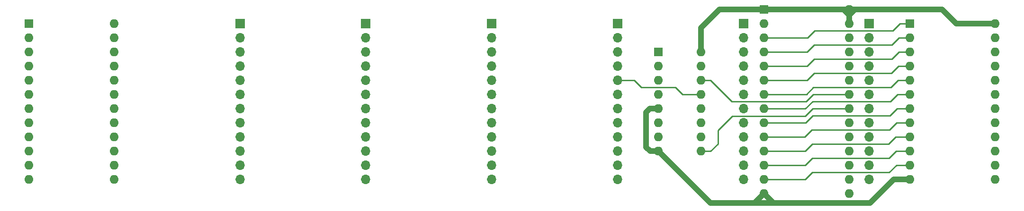
<source format=gbr>
%TF.GenerationSoftware,KiCad,Pcbnew,(6.0.9)*%
%TF.CreationDate,2023-05-17T22:42:26-04:00*%
%TF.ProjectId,HeadOnN_Condensor_Board,48656164-4f6e-44e5-9f43-6f6e64656e73,rev?*%
%TF.SameCoordinates,Original*%
%TF.FileFunction,Copper,L1,Top*%
%TF.FilePolarity,Positive*%
%FSLAX46Y46*%
G04 Gerber Fmt 4.6, Leading zero omitted, Abs format (unit mm)*
G04 Created by KiCad (PCBNEW (6.0.9)) date 2023-05-17 22:42:26*
%MOMM*%
%LPD*%
G01*
G04 APERTURE LIST*
%TA.AperFunction,ComponentPad*%
%ADD10R,1.700000X1.700000*%
%TD*%
%TA.AperFunction,ComponentPad*%
%ADD11O,1.700000X1.700000*%
%TD*%
%TA.AperFunction,ComponentPad*%
%ADD12R,1.600000X1.600000*%
%TD*%
%TA.AperFunction,ComponentPad*%
%ADD13O,1.600000X1.600000*%
%TD*%
%TA.AperFunction,Conductor*%
%ADD14C,1.000000*%
%TD*%
%TA.AperFunction,Conductor*%
%ADD15C,0.250000*%
%TD*%
G04 APERTURE END LIST*
D10*
%TO.P,J8,1,Pin_1*%
%TO.N,unconnected-(J8-Pad1)*%
X170240000Y-20000000D03*
D11*
%TO.P,J8,2,Pin_2*%
%TO.N,unconnected-(J8-Pad2)*%
X170240000Y-22540000D03*
%TO.P,J8,3,Pin_3*%
%TO.N,unconnected-(J8-Pad3)*%
X170240000Y-25080000D03*
%TO.P,J8,4,Pin_4*%
%TO.N,unconnected-(J8-Pad4)*%
X170240000Y-27620000D03*
%TO.P,J8,5,Pin_5*%
%TO.N,CE_K*%
X170240000Y-30160000D03*
%TO.P,J8,6,Pin_6*%
%TO.N,unconnected-(J8-Pad6)*%
X170240000Y-32700000D03*
%TO.P,J8,7,Pin_7*%
%TO.N,unconnected-(J8-Pad7)*%
X170240000Y-35240000D03*
%TO.P,J8,8,Pin_8*%
%TO.N,unconnected-(J8-Pad8)*%
X170240000Y-37780000D03*
%TO.P,J8,9,Pin_9*%
%TO.N,unconnected-(J8-Pad9)*%
X170240000Y-40320000D03*
%TO.P,J8,10,Pin_10*%
%TO.N,unconnected-(J8-Pad10)*%
X170240000Y-42860000D03*
%TO.P,J8,11,Pin_11*%
%TO.N,unconnected-(J8-Pad11)*%
X170240000Y-45400000D03*
%TO.P,J8,12,Pin_12*%
%TO.N,unconnected-(J8-Pad12)*%
X170240000Y-47940000D03*
%TD*%
D10*
%TO.P,J7,1,Pin_1*%
%TO.N,unconnected-(J7-Pad1)*%
X147740000Y-20000000D03*
D11*
%TO.P,J7,2,Pin_2*%
%TO.N,unconnected-(J7-Pad2)*%
X147740000Y-22540000D03*
%TO.P,J7,3,Pin_3*%
%TO.N,unconnected-(J7-Pad3)*%
X147740000Y-25080000D03*
%TO.P,J7,4,Pin_4*%
%TO.N,unconnected-(J7-Pad4)*%
X147740000Y-27620000D03*
%TO.P,J7,5,Pin_5*%
%TO.N,CE_J*%
X147740000Y-30160000D03*
%TO.P,J7,6,Pin_6*%
%TO.N,unconnected-(J7-Pad6)*%
X147740000Y-32700000D03*
%TO.P,J7,7,Pin_7*%
%TO.N,unconnected-(J7-Pad7)*%
X147740000Y-35240000D03*
%TO.P,J7,8,Pin_8*%
%TO.N,unconnected-(J7-Pad8)*%
X147740000Y-37780000D03*
%TO.P,J7,9,Pin_9*%
%TO.N,unconnected-(J7-Pad9)*%
X147740000Y-40320000D03*
%TO.P,J7,10,Pin_10*%
%TO.N,unconnected-(J7-Pad10)*%
X147740000Y-42860000D03*
%TO.P,J7,11,Pin_11*%
%TO.N,unconnected-(J7-Pad11)*%
X147740000Y-45400000D03*
%TO.P,J7,12,Pin_12*%
%TO.N,unconnected-(J7-Pad12)*%
X147740000Y-47940000D03*
%TD*%
%TO.P,J6,12,Pin_12*%
%TO.N,unconnected-(J6-Pad12)*%
X125240000Y-47940000D03*
%TO.P,J6,11,Pin_11*%
%TO.N,unconnected-(J6-Pad11)*%
X125240000Y-45400000D03*
%TO.P,J6,10,Pin_10*%
%TO.N,unconnected-(J6-Pad10)*%
X125240000Y-42860000D03*
%TO.P,J6,9,Pin_9*%
%TO.N,unconnected-(J6-Pad9)*%
X125240000Y-40320000D03*
%TO.P,J6,8,Pin_8*%
%TO.N,unconnected-(J6-Pad8)*%
X125240000Y-37780000D03*
%TO.P,J6,7,Pin_7*%
%TO.N,unconnected-(J6-Pad7)*%
X125240000Y-35240000D03*
%TO.P,J6,6,Pin_6*%
%TO.N,unconnected-(J6-Pad6)*%
X125240000Y-32700000D03*
%TO.P,J6,5,Pin_5*%
%TO.N,CE_I*%
X125240000Y-30160000D03*
%TO.P,J6,4,Pin_4*%
%TO.N,unconnected-(J6-Pad4)*%
X125240000Y-27620000D03*
%TO.P,J6,3,Pin_3*%
%TO.N,unconnected-(J6-Pad3)*%
X125240000Y-25080000D03*
%TO.P,J6,2,Pin_2*%
%TO.N,unconnected-(J6-Pad2)*%
X125240000Y-22540000D03*
D10*
%TO.P,J6,1,Pin_1*%
%TO.N,unconnected-(J6-Pad1)*%
X125240000Y-20000000D03*
%TD*%
%TO.P,J5,1,Pin_1*%
%TO.N,unconnected-(J5-Pad1)*%
X102740000Y-20000000D03*
D11*
%TO.P,J5,2,Pin_2*%
%TO.N,unconnected-(J5-Pad2)*%
X102740000Y-22540000D03*
%TO.P,J5,3,Pin_3*%
%TO.N,unconnected-(J5-Pad3)*%
X102740000Y-25080000D03*
%TO.P,J5,4,Pin_4*%
%TO.N,unconnected-(J5-Pad4)*%
X102740000Y-27620000D03*
%TO.P,J5,5,Pin_5*%
%TO.N,CE_H*%
X102740000Y-30160000D03*
%TO.P,J5,6,Pin_6*%
%TO.N,unconnected-(J5-Pad6)*%
X102740000Y-32700000D03*
%TO.P,J5,7,Pin_7*%
%TO.N,unconnected-(J5-Pad7)*%
X102740000Y-35240000D03*
%TO.P,J5,8,Pin_8*%
%TO.N,unconnected-(J5-Pad8)*%
X102740000Y-37780000D03*
%TO.P,J5,9,Pin_9*%
%TO.N,unconnected-(J5-Pad9)*%
X102740000Y-40320000D03*
%TO.P,J5,10,Pin_10*%
%TO.N,unconnected-(J5-Pad10)*%
X102740000Y-42860000D03*
%TO.P,J5,11,Pin_11*%
%TO.N,unconnected-(J5-Pad11)*%
X102740000Y-45400000D03*
%TO.P,J5,12,Pin_12*%
%TO.N,unconnected-(J5-Pad12)*%
X102740000Y-47940000D03*
%TD*%
D10*
%TO.P,J4,1,Pin_1*%
%TO.N,unconnected-(J4-Pad1)*%
X80240000Y-20000000D03*
D11*
%TO.P,J4,2,Pin_2*%
%TO.N,unconnected-(J4-Pad2)*%
X80240000Y-22540000D03*
%TO.P,J4,3,Pin_3*%
%TO.N,unconnected-(J4-Pad3)*%
X80240000Y-25080000D03*
%TO.P,J4,4,Pin_4*%
%TO.N,unconnected-(J4-Pad4)*%
X80240000Y-27620000D03*
%TO.P,J4,5,Pin_5*%
%TO.N,CE_G*%
X80240000Y-30160000D03*
%TO.P,J4,6,Pin_6*%
%TO.N,unconnected-(J4-Pad6)*%
X80240000Y-32700000D03*
%TO.P,J4,7,Pin_7*%
%TO.N,unconnected-(J4-Pad7)*%
X80240000Y-35240000D03*
%TO.P,J4,8,Pin_8*%
%TO.N,unconnected-(J4-Pad8)*%
X80240000Y-37780000D03*
%TO.P,J4,9,Pin_9*%
%TO.N,unconnected-(J4-Pad9)*%
X80240000Y-40320000D03*
%TO.P,J4,10,Pin_10*%
%TO.N,unconnected-(J4-Pad10)*%
X80240000Y-42860000D03*
%TO.P,J4,11,Pin_11*%
%TO.N,unconnected-(J4-Pad11)*%
X80240000Y-45400000D03*
%TO.P,J4,12,Pin_12*%
%TO.N,unconnected-(J4-Pad12)*%
X80240000Y-47940000D03*
%TD*%
D10*
%TO.P,J3,1,Pin_1*%
%TO.N,unconnected-(J3-Pad1)*%
X57740000Y-20000000D03*
D11*
%TO.P,J3,2,Pin_2*%
%TO.N,unconnected-(J3-Pad2)*%
X57740000Y-22540000D03*
%TO.P,J3,3,Pin_3*%
%TO.N,unconnected-(J3-Pad3)*%
X57740000Y-25080000D03*
%TO.P,J3,4,Pin_4*%
%TO.N,unconnected-(J3-Pad4)*%
X57740000Y-27620000D03*
%TO.P,J3,5,Pin_5*%
%TO.N,CE_F*%
X57740000Y-30160000D03*
%TO.P,J3,6,Pin_6*%
%TO.N,unconnected-(J3-Pad6)*%
X57740000Y-32700000D03*
%TO.P,J3,7,Pin_7*%
%TO.N,unconnected-(J3-Pad7)*%
X57740000Y-35240000D03*
%TO.P,J3,8,Pin_8*%
%TO.N,unconnected-(J3-Pad8)*%
X57740000Y-37780000D03*
%TO.P,J3,9,Pin_9*%
%TO.N,unconnected-(J3-Pad9)*%
X57740000Y-40320000D03*
%TO.P,J3,10,Pin_10*%
%TO.N,unconnected-(J3-Pad10)*%
X57740000Y-42860000D03*
%TO.P,J3,11,Pin_11*%
%TO.N,unconnected-(J3-Pad11)*%
X57740000Y-45400000D03*
%TO.P,J3,12,Pin_12*%
%TO.N,unconnected-(J3-Pad12)*%
X57740000Y-47940000D03*
%TD*%
D12*
%TO.P,U1,1,I4*%
%TO.N,CE_H*%
X132550000Y-25095000D03*
D13*
%TO.P,U1,2,I5*%
%TO.N,CE_G*%
X132550000Y-27635000D03*
%TO.P,U1,3,I6*%
%TO.N,CE_F*%
X132550000Y-30175000D03*
%TO.P,U1,4,I7*%
%TO.N,CE_E*%
X132550000Y-32715000D03*
%TO.P,U1,5,EI*%
%TO.N,GND*%
X132550000Y-35255000D03*
%TO.P,U1,6,S2*%
%TO.N,A12*%
X132550000Y-37795000D03*
%TO.P,U1,7,S1*%
%TO.N,A11*%
X132550000Y-40335000D03*
%TO.P,U1,8,GND*%
%TO.N,GND*%
X132550000Y-42875000D03*
%TO.P,U1,9,S0*%
%TO.N,A10*%
X140170000Y-42875000D03*
%TO.P,U1,10,IO*%
%TO.N,CE_L*%
X140170000Y-40335000D03*
%TO.P,U1,11,I1*%
%TO.N,CE_K*%
X140170000Y-37795000D03*
%TO.P,U1,12,I2*%
%TO.N,CE_J*%
X140170000Y-35255000D03*
%TO.P,U1,13,I3*%
%TO.N,CE_I*%
X140170000Y-32715000D03*
%TO.P,U1,14,GS*%
%TO.N,OE*%
X140170000Y-30175000D03*
%TO.P,U1,15,EO*%
%TO.N,unconnected-(U1-Pad15)*%
X140170000Y-27635000D03*
%TO.P,U1,16,VCC*%
%TO.N,+5V*%
X140170000Y-25095000D03*
%TD*%
D12*
%TO.P,J9,1,Pin_1*%
%TO.N,A7*%
X177500000Y-20000000D03*
D13*
%TO.P,J9,2,Pin_2*%
%TO.N,A6*%
X177500000Y-22540000D03*
%TO.P,J9,3,Pin_3*%
%TO.N,A5*%
X177500000Y-25080000D03*
%TO.P,J9,4,Pin_4*%
%TO.N,A4*%
X177500000Y-27620000D03*
%TO.P,J9,5,Pin_5*%
%TO.N,A3*%
X177500000Y-30160000D03*
%TO.P,J9,6,Pin_6*%
%TO.N,A2*%
X177500000Y-32700000D03*
%TO.P,J9,7,Pin_7*%
%TO.N,A1*%
X177500000Y-35240000D03*
%TO.P,J9,8,Pin_8*%
%TO.N,A0*%
X177500000Y-37780000D03*
%TO.P,J9,9,Pin_9*%
%TO.N,D0*%
X177500000Y-40320000D03*
%TO.P,J9,10,Pin_10*%
%TO.N,D1*%
X177500000Y-42860000D03*
%TO.P,J9,11,Pin_11*%
%TO.N,D2*%
X177500000Y-45400000D03*
%TO.P,J9,12,Pin_12*%
%TO.N,GND*%
X177500000Y-47940000D03*
%TO.P,J9,13,Pin_13*%
%TO.N,D3*%
X192740000Y-47940000D03*
%TO.P,J9,14,Pin_14*%
%TO.N,D4*%
X192740000Y-45400000D03*
%TO.P,J9,15,Pin_15*%
%TO.N,D5*%
X192740000Y-42860000D03*
%TO.P,J9,16,Pin_16*%
%TO.N,D6*%
X192740000Y-40320000D03*
%TO.P,J9,17,Pin_17*%
%TO.N,D7*%
X192740000Y-37780000D03*
%TO.P,J9,18,Pin_18*%
%TO.N,unconnected-(J9-Pad18)*%
X192740000Y-35240000D03*
%TO.P,J9,19,Pin_19*%
%TO.N,unconnected-(J9-Pad19)*%
X192740000Y-32700000D03*
%TO.P,J9,20,Pin_20*%
%TO.N,CE_L*%
X192740000Y-30160000D03*
%TO.P,J9,21,Pin_21*%
%TO.N,unconnected-(J9-Pad21)*%
X192740000Y-27620000D03*
%TO.P,J9,22,Pin_22*%
%TO.N,A9*%
X192740000Y-25080000D03*
%TO.P,J9,23,Pin_23*%
%TO.N,A8*%
X192740000Y-22540000D03*
%TO.P,J9,24,Pin_24*%
%TO.N,+5V*%
X192740000Y-20000000D03*
%TD*%
D12*
%TO.P,J2,1,Pin_1*%
%TO.N,+5V*%
X151415000Y-17460000D03*
D13*
%TO.P,J2,2,Pin_2*%
%TO.N,A12*%
X151415000Y-20000000D03*
%TO.P,J2,3,Pin_3*%
%TO.N,A7*%
X151415000Y-22540000D03*
%TO.P,J2,4,Pin_4*%
%TO.N,A6*%
X151415000Y-25080000D03*
%TO.P,J2,5,Pin_5*%
%TO.N,A5*%
X151415000Y-27620000D03*
%TO.P,J2,6,Pin_6*%
%TO.N,A4*%
X151415000Y-30160000D03*
%TO.P,J2,7,Pin_7*%
%TO.N,A3*%
X151415000Y-32700000D03*
%TO.P,J2,8,Pin_8*%
%TO.N,A2*%
X151415000Y-35240000D03*
%TO.P,J2,9,Pin_9*%
%TO.N,A1*%
X151415000Y-37780000D03*
%TO.P,J2,10,Pin_10*%
%TO.N,A0*%
X151415000Y-40320000D03*
%TO.P,J2,11,Pin_11*%
%TO.N,D0*%
X151415000Y-42860000D03*
%TO.P,J2,12,Pin_12*%
%TO.N,D1*%
X151415000Y-45400000D03*
%TO.P,J2,13,Pin_13*%
%TO.N,D2*%
X151415000Y-47940000D03*
%TO.P,J2,14,Pin_14*%
%TO.N,GND*%
X151415000Y-50480000D03*
%TO.P,J2,15,Pin_15*%
%TO.N,D3*%
X166655000Y-50480000D03*
%TO.P,J2,16,Pin_16*%
%TO.N,D4*%
X166655000Y-47940000D03*
%TO.P,J2,17,Pin_17*%
%TO.N,D5*%
X166655000Y-45400000D03*
%TO.P,J2,18,Pin_18*%
%TO.N,D6*%
X166655000Y-42860000D03*
%TO.P,J2,19,Pin_19*%
%TO.N,D7*%
X166655000Y-40320000D03*
%TO.P,J2,20,Pin_20*%
%TO.N,OE*%
X166655000Y-37780000D03*
%TO.P,J2,21,Pin_21*%
%TO.N,A10*%
X166655000Y-35240000D03*
%TO.P,J2,22,Pin_22*%
%TO.N,OE*%
X166655000Y-32700000D03*
%TO.P,J2,23,Pin_23*%
%TO.N,A11*%
X166655000Y-30160000D03*
%TO.P,J2,24,Pin_24*%
%TO.N,A9*%
X166655000Y-27620000D03*
%TO.P,J2,25,Pin_25*%
%TO.N,A8*%
X166655000Y-25080000D03*
%TO.P,J2,26,Pin_26*%
%TO.N,unconnected-(J2-Pad26)*%
X166655000Y-22540000D03*
%TO.P,J2,27,Pin_27*%
%TO.N,+5V*%
X166655000Y-20000000D03*
%TO.P,J2,28,Pin_28*%
X166655000Y-17460000D03*
%TD*%
D12*
%TO.P,J1,1,Pin_1*%
%TO.N,unconnected-(J1-Pad1)*%
X20000000Y-20000000D03*
D13*
%TO.P,J1,2,Pin_2*%
%TO.N,unconnected-(J1-Pad2)*%
X20000000Y-22540000D03*
%TO.P,J1,3,Pin_3*%
%TO.N,unconnected-(J1-Pad3)*%
X20000000Y-25080000D03*
%TO.P,J1,4,Pin_4*%
%TO.N,unconnected-(J1-Pad4)*%
X20000000Y-27620000D03*
%TO.P,J1,5,Pin_5*%
%TO.N,unconnected-(J1-Pad5)*%
X20000000Y-30160000D03*
%TO.P,J1,6,Pin_6*%
%TO.N,unconnected-(J1-Pad6)*%
X20000000Y-32700000D03*
%TO.P,J1,7,Pin_7*%
%TO.N,unconnected-(J1-Pad7)*%
X20000000Y-35240000D03*
%TO.P,J1,8,Pin_8*%
%TO.N,unconnected-(J1-Pad8)*%
X20000000Y-37780000D03*
%TO.P,J1,9,Pin_9*%
%TO.N,unconnected-(J1-Pad9)*%
X20000000Y-40320000D03*
%TO.P,J1,10,Pin_10*%
%TO.N,unconnected-(J1-Pad10)*%
X20000000Y-42860000D03*
%TO.P,J1,11,Pin_11*%
%TO.N,unconnected-(J1-Pad11)*%
X20000000Y-45400000D03*
%TO.P,J1,12,Pin_12*%
%TO.N,unconnected-(J1-Pad12)*%
X20000000Y-47940000D03*
%TO.P,J1,13,Pin_13*%
%TO.N,unconnected-(J1-Pad13)*%
X35240000Y-47940000D03*
%TO.P,J1,14,Pin_14*%
%TO.N,unconnected-(J1-Pad14)*%
X35240000Y-45400000D03*
%TO.P,J1,15,Pin_15*%
%TO.N,unconnected-(J1-Pad15)*%
X35240000Y-42860000D03*
%TO.P,J1,16,Pin_16*%
%TO.N,unconnected-(J1-Pad16)*%
X35240000Y-40320000D03*
%TO.P,J1,17,Pin_17*%
%TO.N,unconnected-(J1-Pad17)*%
X35240000Y-37780000D03*
%TO.P,J1,18,Pin_18*%
%TO.N,unconnected-(J1-Pad18)*%
X35240000Y-35240000D03*
%TO.P,J1,19,Pin_19*%
%TO.N,unconnected-(J1-Pad19)*%
X35240000Y-32700000D03*
%TO.P,J1,20,Pin_20*%
%TO.N,CE_E*%
X35240000Y-30160000D03*
%TO.P,J1,21,Pin_21*%
%TO.N,unconnected-(J1-Pad21)*%
X35240000Y-27620000D03*
%TO.P,J1,22,Pin_22*%
%TO.N,unconnected-(J1-Pad22)*%
X35240000Y-25080000D03*
%TO.P,J1,23,Pin_23*%
%TO.N,unconnected-(J1-Pad23)*%
X35240000Y-22540000D03*
%TO.P,J1,24,Pin_24*%
%TO.N,unconnected-(J1-Pad24)*%
X35240000Y-20000000D03*
%TD*%
D14*
%TO.N,+5V*%
X166655000Y-18445000D02*
X167640000Y-17460000D01*
X166655000Y-20000000D02*
X166655000Y-18445000D01*
X167640000Y-17460000D02*
X166655000Y-17460000D01*
X183210000Y-17460000D02*
X167640000Y-17460000D01*
X165610000Y-17460000D02*
X151415000Y-17460000D01*
X166655000Y-18505000D02*
X165610000Y-17460000D01*
X166655000Y-17460000D02*
X165610000Y-17460000D01*
X166655000Y-20000000D02*
X166655000Y-18505000D01*
X166655000Y-20000000D02*
X166655000Y-17460000D01*
%TO.N,GND*%
X141875000Y-52200000D02*
X141655000Y-51980000D01*
X174610000Y-47940000D02*
X170350000Y-52200000D01*
X177500000Y-47940000D02*
X174610000Y-47940000D01*
X170350000Y-52200000D02*
X141875000Y-52200000D01*
D15*
%TO.N,OE*%
X141875000Y-30175000D02*
X140170000Y-30175000D01*
X145650000Y-33950000D02*
X141875000Y-30175000D01*
X160200000Y-32700000D02*
X158950000Y-33950000D01*
X158950000Y-33950000D02*
X145650000Y-33950000D01*
X166655000Y-32700000D02*
X160200000Y-32700000D01*
D14*
%TO.N,GND*%
X130350000Y-42150000D02*
X130350000Y-35900000D01*
X130350000Y-35900000D02*
X130995000Y-35255000D01*
X131075000Y-42875000D02*
X130350000Y-42150000D01*
X132550000Y-42875000D02*
X131075000Y-42875000D01*
X130995000Y-35255000D02*
X132550000Y-35255000D01*
X151415000Y-50480000D02*
X152915000Y-51980000D01*
X151415000Y-50480000D02*
X149915000Y-51980000D01*
X141655000Y-51980000D02*
X132550000Y-42875000D01*
%TO.N,+5V*%
X140170000Y-20780000D02*
X140170000Y-25095000D01*
X143490000Y-17460000D02*
X140170000Y-20780000D01*
X151415000Y-17460000D02*
X143490000Y-17460000D01*
X185750000Y-20000000D02*
X183210000Y-17460000D01*
X192740000Y-20000000D02*
X185750000Y-20000000D01*
D15*
%TO.N,CE_I*%
X129500000Y-31450000D02*
X128210000Y-30160000D01*
X128210000Y-30160000D02*
X125240000Y-30160000D01*
X135600000Y-31450000D02*
X129500000Y-31450000D01*
X136865000Y-32715000D02*
X135600000Y-31450000D01*
X140170000Y-32715000D02*
X136865000Y-32715000D01*
%TO.N,A10*%
X158800000Y-36550000D02*
X160110000Y-35240000D01*
X143200000Y-39100000D02*
X145750000Y-36550000D01*
X141875000Y-42875000D02*
X143200000Y-41550000D01*
X145750000Y-36550000D02*
X158800000Y-36550000D01*
X140170000Y-42875000D02*
X141875000Y-42875000D01*
X143200000Y-41550000D02*
X143200000Y-39100000D01*
X160110000Y-35240000D02*
X166655000Y-35240000D01*
%TO.N,D2*%
X158810000Y-47940000D02*
X151415000Y-47940000D01*
X175100000Y-45400000D02*
X173800000Y-46700000D01*
X173800000Y-46700000D02*
X160050000Y-46700000D01*
X160050000Y-46700000D02*
X158810000Y-47940000D01*
X177500000Y-45400000D02*
X175100000Y-45400000D01*
%TO.N,D1*%
X158800000Y-45400000D02*
X151415000Y-45400000D01*
X160050000Y-44150000D02*
X158800000Y-45400000D01*
X173750000Y-44150000D02*
X160050000Y-44150000D01*
X175040000Y-42860000D02*
X173750000Y-44150000D01*
X177500000Y-42860000D02*
X175040000Y-42860000D01*
%TO.N,D0*%
X160050000Y-41600000D02*
X158790000Y-42860000D01*
X158790000Y-42860000D02*
X151415000Y-42860000D01*
X173700000Y-41600000D02*
X160050000Y-41600000D01*
X174980000Y-40320000D02*
X173700000Y-41600000D01*
X177500000Y-40320000D02*
X174980000Y-40320000D01*
%TO.N,A0*%
X158680000Y-40320000D02*
X151415000Y-40320000D01*
X159950000Y-39050000D02*
X158680000Y-40320000D01*
X173850000Y-39050000D02*
X159950000Y-39050000D01*
X177500000Y-37780000D02*
X175120000Y-37780000D01*
X175120000Y-37780000D02*
X173850000Y-39050000D01*
%TO.N,A1*%
X160100000Y-36500000D02*
X158820000Y-37780000D01*
X158820000Y-37780000D02*
X151415000Y-37780000D01*
X173900000Y-36500000D02*
X160100000Y-36500000D01*
X175160000Y-35240000D02*
X173900000Y-36500000D01*
X177500000Y-35240000D02*
X175160000Y-35240000D01*
%TO.N,A2*%
X160100000Y-33950000D02*
X158810000Y-35240000D01*
X175250000Y-32700000D02*
X174000000Y-33950000D01*
X177500000Y-32700000D02*
X175250000Y-32700000D01*
X174000000Y-33950000D02*
X160100000Y-33950000D01*
X158810000Y-35240000D02*
X151415000Y-35240000D01*
%TO.N,A3*%
X159000000Y-32700000D02*
X151415000Y-32700000D01*
X160250000Y-31450000D02*
X159000000Y-32700000D01*
X174100000Y-31450000D02*
X160250000Y-31450000D01*
X175390000Y-30160000D02*
X174100000Y-31450000D01*
X177500000Y-30160000D02*
X175390000Y-30160000D01*
%TO.N,A4*%
X174150000Y-28900000D02*
X160350000Y-28900000D01*
X175430000Y-27620000D02*
X174150000Y-28900000D01*
X160350000Y-28900000D02*
X159090000Y-30160000D01*
X177500000Y-27620000D02*
X175430000Y-27620000D01*
X159090000Y-30160000D02*
X151415000Y-30160000D01*
%TO.N,A5*%
X159130000Y-27620000D02*
X151415000Y-27620000D01*
X160400000Y-26350000D02*
X159130000Y-27620000D01*
X175520000Y-25080000D02*
X174250000Y-26350000D01*
X174250000Y-26350000D02*
X160400000Y-26350000D01*
X177500000Y-25080000D02*
X175520000Y-25080000D01*
%TO.N,A6*%
X160400000Y-23800000D02*
X159120000Y-25080000D01*
X159120000Y-25080000D02*
X151415000Y-25080000D01*
X175560000Y-22540000D02*
X174300000Y-23800000D01*
X177500000Y-22540000D02*
X175560000Y-22540000D01*
X174300000Y-23800000D02*
X160400000Y-23800000D01*
%TO.N,A7*%
X151415000Y-22540000D02*
X159210000Y-22540000D01*
X160450000Y-21300000D02*
X159775000Y-21975000D01*
X159210000Y-22540000D02*
X159775000Y-21975000D01*
X174400000Y-21300000D02*
X160450000Y-21300000D01*
X175700000Y-20000000D02*
X174400000Y-21300000D01*
X177500000Y-20000000D02*
X175700000Y-20000000D01*
%TD*%
M02*

</source>
